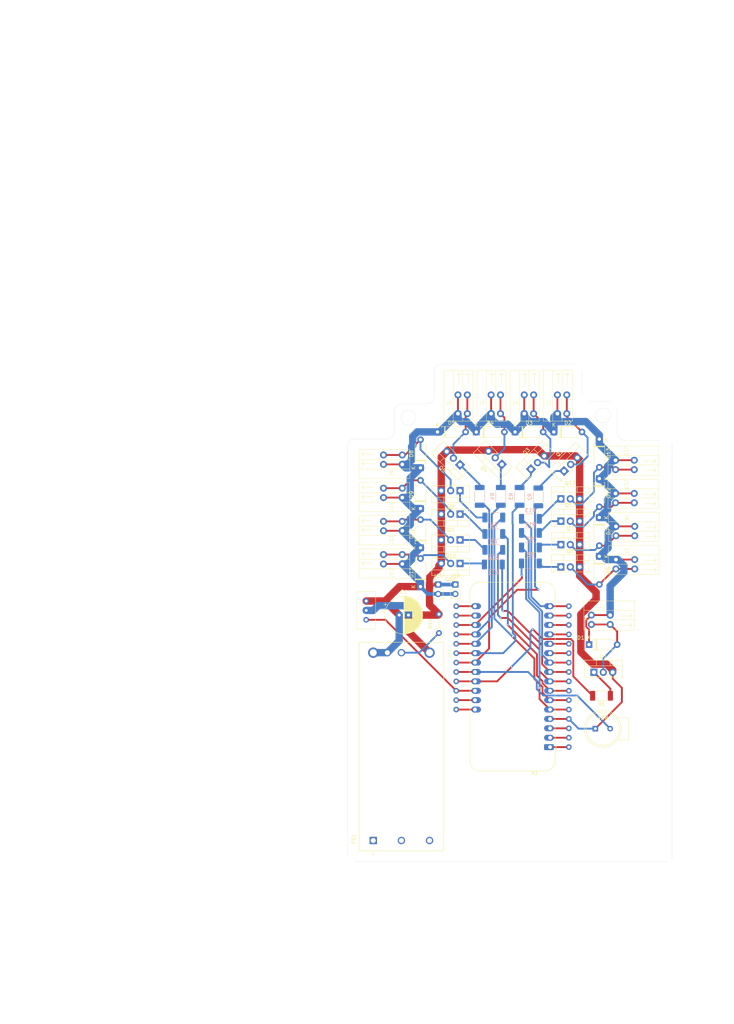
<source format=kicad_pcb>
(kicad_pcb (version 20240108) (generator "pcbnew") (generator_version "8.0")
  (layers (0 "F.Cu" signal) (31 "B.Cu" signal) (34 "B.Paste" user) (35 "F.Paste" user) (36 "B.SilkS" user "B.Silkscreen") (37 "F.SilkS" user "F.Silkscreen") (38 "B.Mask" user) (39 "F.Mask" user) (44 "Edge.Cuts" user))
  (net 0 "")
  (net 1 "Net-(A1-A4)")
  (net 2 "Net-(A1-USB)")
  (net 3 "Net-(A1-SPARE)")
  (net 4 "Net-(A1-D0)")
  (net 5 "Net-(A1-D1)")
  (net 6 "Net-(A1-A3)")
  (net 7 "Net-(A1-A5)")
  (net 8 "gnd")
  (net 9 "Net-(A1-D4)")
  (net 10 "Net-(A1-D2)")
  (net 11 "Net-(A1-D3)")
  (net 12 "Net-(A1-D6)")
  (net 13 "Net-(A1-D5)")
  (net 14 "Net-(A1-A1)")
  (net 15 "Net-(A1-A2)")
  (net 16 "Net-(A1-A0)")
  (net 17 "Net-(D1-A)")
  (net 18 "pos")
  (net 19 "Net-(D2-A)")
  (net 20 "Net-(D3-A)")
  (net 21 "Net-(D4-A)")
  (net 22 "Net-(D5-A)")
  (net 23 "Net-(D6-A)")
  (net 24 "Net-(D7-A)")
  (net 25 "Net-(D8-A)")
  (net 26 "Net-(D9-A)")
  (net 27 "Net-(D10-A)")
  (net 28 "Net-(D11-A)")
  (net 29 "Net-(D12-A)")
  (net 30 "Net-(D13-A)")
  (net 31 "Net-(Q1-G)")
  (net 32 "Net-(Q2-G)")
  (net 33 "Net-(Q3-G)")
  (net 34 "Net-(Q4-G)")
  (net 35 "Net-(Q5-G)")
  (net 36 "Net-(Q6-G)")
  (net 37 "Net-(Q7-G)")
  (net 38 "Net-(Q8-G)")
  (net 39 "Net-(Q9-G)")
  (net 40 "Net-(Q10-G)")
  (net 41 "Net-(Q11-G)")
  (net 42 "Net-(Q12-G)")
  (net 43 "Net-(Q13-G)")
  (net 44 "Net-(A1-~{RESET})")
  (net 45 "Net-(A1-3V3)")
  (net 46 "Net-(A1-AREF)")
  (net 47 "Net-(A1-SCL)")
  (net 48 "Net-(A1-TX)")
  (net 49 "Net-(A1-RX)")
  (net 50 "Net-(A1-VBAT)")
  (net 51 "Net-(A1-MISO)")
  (net 52 "Net-(A1-MOSI)")
  (net 53 "Net-(A1-SCK)")
  (net 54 "Net-(A1-SDA)")
  (net 55 "Net-(A1-EN)")
  (net 56 "Net-(BT1-+)")
  (net 57 "Net-(PS1-TRIM)")
  (net 58 "Net-(BT1--)")
  (footprint "Diode_THT:D_A-405_P7.62mm_Horizontal" (layer "F.Cu") (at 142.24 57.579 -90)
    (property "Reference" "D12")
    (property "Value" "D")
  )
  (footprint "AA_Oscars_Custom:2 pin qwik connector" (layer "F.Cu") (at 160.551 59.286 90)
    (property "Reference" "J13")
    (property "Value" "Conn_01x02")
  )
  (footprint "Diode_THT:D_A-405_P7.62mm_Horizontal" (layer "F.Cu") (at 93.83 76.277 90)
    (property "Reference" "D10")
    (property "Value" "D" (hide yes))
  )
  (footprint "Module:Adafruit_Feather" (layer "F.Cu") (at 128.905 130.175 180)
    (property "Reference" "A1")
    (property "Value" "Adafruit_Feather_Generic")
  )
  (footprint "Resistor_THT:R_Axial_DIN0207_L6.3mm_D2.5mm_P5.08mm_Vertical" (layer "F.Cu") (at 98.82 99.33 90)
    (property "Reference" "R14")
    (property "Value" "R")
  )
  (footprint "Capacitor_THT:CP_Radial_D10.0mm_P2.50mm" (layer "F.Cu") (at 88.065 94.475)
    (property "Reference" "C1")
    (property "Value" "470uf")
  )
  (footprint "Diode_THT:D_A-405_P7.62mm_Horizontal" (layer "F.Cu") (at 93.83 65.657 90)
    (property "Reference" "D9")
    (property "Value" "D" (hide yes))
  )
  (footprint "AA_Oscars_Custom:CONV_RPMGE12-10" (layer "F.Cu") (at 88.66 130.035 90)
    (property "Reference" "PS1")
    (property "Value" "RPMGE12-10")
  )
  (footprint "Diode_THT:D_A-405_P7.62mm_Horizontal" (layer "F.Cu") (at 108.927 44.956)
    (property "Reference" "D4")
    (property "Value" "D")
  )
  (footprint "Diode_THT:D_A-405_P7.62mm_Horizontal" (layer "F.Cu") (at 119.427 44.956)
    (property "Reference" "D3")
    (property "Value" "D")
  )
  (footprint "AA_Oscars_Custom:2 pin qwik connector" (layer "F.Cu") (at 128.608 26.075 180)
    (property "Reference" "J3")
    (property "Value" "Conn_01x02")
  )
  (footprint "Resistor_SMD:R_2010_5025Metric_Pad1.40x2.65mm_HandSolder" (layer "F.Cu") (at 142.83 116.29 180)
    (property "Reference" "R1")
    (property "Value" "220")
  )
  (footprint "AA_Oscars_Custom:2 pin qwik connector" (layer "F.Cu") (at 74.97 64.983 -90)
    (property "Reference" "J10")
    (property "Value" "Conn_01x02")
  )
  (footprint "AA_Oscars_Custom:2 pin qwik connector" (layer "F.Cu") (at 110.66 26.075 180)
    (property "Reference" "J5")
    (property "Value" "Conn_01x02")
  )
  (footprint "Package_TO_SOT_THT:TO-220-3_Vertical" (layer "F.Cu") (at 131.84 75.425)
    (property "Reference" "Q7")
    (property "Value" "NMOS")
  )
  (footprint "Package_TO_SOT_THT:TO-220-3_Vertical" (layer "F.Cu") (at 131.84 69.075)
    (property "Reference" "Q12")
    (property "Value" "NMOS")
  )
  (footprint "Diode_THT:D_A-405_P7.62mm_Horizontal" (layer "F.Cu") (at 98.427 44.956)
    (property "Reference" "D5")
    (property "Value" "D")
  )
  (footprint "AA_Oscars_Custom:2 pin qwik connector" (layer "F.Cu") (at 74.97 56.009 -90)
    (property "Reference" "J9")
    (property "Value" "Conn_01x02" (hide yes))
  )
  (footprint "AA_Oscars_Custom:simple 01x12" (layer "F.Cu") (at 100.965 104.775 -90)
    (property "Reference" "J17")
    (property "Value" "Microcontroller extension header")
  )
  (footprint "Diode_THT:D_A-405_P7.62mm_Horizontal" (layer "F.Cu") (at 129.927 44.956)
    (property "Reference" "D2")
    (property "Value" "D")
  )
  (footprint "Connector_PinHeader_2.54mm:PinHeader_1x02_P2.54mm_Vertical" (layer "F.Cu") (at 103.265 86.22)
    (property "Reference" "J18")
    (property "Value" "Conn_01x02")
  )
  (footprint "AA_Oscars_Custom:5v voltage regulator" (layer "F.Cu") (at 84.215 93.205 90)
    (property "Reference" "J1")
    (property "Value" "5V voltage regulator")
  )
  (footprint "Package_TO_SOT_THT:TO-220-3_Vertical" (layer "F.Cu") (at 132.692898 55.522102 45)
    (property "Reference" "Q2")
    (property "Value" "NMOS")
  )
  (footprint "Connector_PinHeader_2.54mm:PinHeader_1x02_P2.54mm_Vertical" (layer "F.Cu") (at 98.615 86.22)
    (property "Reference" "J14")
    (property "Value" "Conn_01x02")
  )
  (footprint "AA_Oscars_Custom:simple 01x06" (layer "F.Cu") (at 136.525 117.475 90)
    (property "Reference" "J16")
    (property "Value" "microcontroller extension header")
  )
  (footprint "Diode_THT:D_A-405_P7.62mm_Horizontal" (layer "F.Cu") (at 142.24 68.079 -90)
    (property "Reference" "D7")
    (property "Value" "D")
  )
  (footprint "AA_Oscars_Custom:2 pin qwik connector" (layer "F.Cu") (at 119.634 26.075 180)
    (property "Reference" "J4")
    (property "Value" "Conn_01x02")
  )
  (footprint "Diode_THT:D_A-405_P7.62mm_Horizontal" (layer "F.Cu") (at 93.83 86.777 90)
    (property "Reference" "D11")
    (property "Value" "D" (hide yes))
  )
  (footprint "Package_TO_SOT_THT:TO-220-3_Vertical" (layer "F.Cu") (at 104.535 80.505 180)
    (property "Reference" "Q11")
    (property "Value" "NMOS")
  )
  (footprint "AA_Oscars_Custom:2 pin qwik connector" (layer "F.Cu") (at 160.67 68.199 90)
    (property "Reference" "J8")
    (property "Value" "Conn_01x02")
  )
  (footprint "AA_Oscars_Custom:2 pin qwik connector" (layer "F.Cu") (at 154.025 92.189 90)
    (property "Reference" "J2")
    (property "Value" "Conn_01x02")
  )
  (footprint "Diode_THT:D_A-405_P7.62mm_Horizontal" (layer "F.Cu") (at 139.445 102.46)
    (property "Reference" "D1")
    (property "Value" "D")
  )
  (footprint "Package_TO_SOT_THT:TO-220-3_Vertical" (layer "F.Cu") (at 123.727165 55.029267 45)
    (property "Reference" "Q3")
    (property "Value" "NMOS")
  )
  (footprint "AA_Oscars_Custom:buzzer" (layer "F.Cu") (at 142.175 125.18 180)
    (property "Reference" "BZ1")
    (property "Value" "Buzzer" (hide yes))
  )
  (footprint "Package_TO_SOT_THT:TO-220-3_Vertical" (layer "F.Cu") (at 104.534999 60.82 180)
    (property "Reference" "Q8")
    (property "Value" "NMOS")
  )
  (footprint "AA_Oscars_Custom:2 pin qwik connector" (layer "F.Cu") (at 101.686 26.075 180)
    (property "Reference" "J6")
    (property "Value" "Conn_01x02")
  )
  (footprint "Package_TO_SOT_THT:TO-220-3_Vertical" (layer "F.Cu") (at 104.534999 67.17 180)
    (property "Reference" "Q9")
    (property "Value" "NMOS")
  )
  (footprint "Package_TO_SOT_THT:TO-220-3_Vertical" (layer "F.Cu") (at 131.84 81.45)
    (property "Reference" "Q6")
    (property "Value" "NMOS")
  )
  (footprint "AA_Oscars_Custom:2 pin qwik connector" (layer "F.Cu") (at 160.551 50.312 90)
    (property "Reference" "J15")
    (property "Value" "Conn_01x02")
  )
  (footprint "Diode_THT:D_A-405_P7.62mm_Horizontal" (layer "F.Cu") (at 142.24 78.579 -90)
    (property "Reference" "D6")
    (property "Value" "D" (hide yes))
  )
  (footprint "Package_TO_SOT_THT:TO-220-3_Vertical" (layer "F.Cu") (at 104.535 53.835 135)
    (property "Reference" "Q5")
    (property "Value" "NMOS")
  )
  (footprint "Package_TO_SOT_THT:TO-220-3_Vertical" (layer "F.Cu") (at 140.785 109.94)
    (property "Reference" "Q1")
    (property "Value" "NMOS")
  )
  (footprint "Diode_THT:D_A-405_P7.62mm_Horizontal" (layer "F.Cu") (at 142.24 46.889 -90)
    (property "Reference" "D13")
    (property "Value" "D")
  )
  (footprint "Package_TO_SOT_THT:TO-220-3_Vertical" (layer "F.Cu") (at 131.84 63.035)
    (property "Reference" "Q13")
    (property "Value" "NMOS")
  )
  (footprint "Package_TO_SOT_THT:TO-220-3_Vertical" (layer "F.Cu") (at 104.535 74.155 180)
    (property "Reference" "Q10")
    (property "Value" "NMOS")
  )
  (footprint "AA_Oscars_Custom:2 pin qwik connector" (layer "F.Cu") (at 160.67 77.173 90)
    (property "Reference" "J7")
    (property "Value" "Conn_01x02")
  )
  (footprint "Package_TO_SOT_THT:TO-220-3_Vertical" (layer "F.Cu") (at 115.856051 53.726051 135)
    (property "Reference" "Q4")
    (property "Value" "NMOS")
  )
  (footprint "AA_Oscars_Custom:2 pin qwik connector" (layer "F.Cu") (at 74.97 82.931 -90)
    (property "Reference" "J12")
    (property "Value" "Conn_01x02")
  )
  (footprint "Diode_THT:D_A-405_P7.62mm_Horizontal" (layer "F.Cu") (at 93.83 54.657 90)
    (property "Reference" "D8")
    (property "Value" "D" (hide yes))
  )
  (footprint "AA_Oscars_Custom:2 pin qwik connector" (layer "F.Cu") (at 74.97 73.957 -90)
    (property "Reference" "J11")
    (property "Value" "Conn_01x02")
  )
  (footprint "Resistor_SMD:R_2010_5025Metric_Pad1.40x2.65mm_HandSolder" (layer "B.Cu") (at 115.57 62.37 -90)
    (property "Reference" "R4")
    (property "Value" "220")
  )
  (footprint "Resistor_SMD:R_2010_5025Metric_Pad1.40x2.65mm_HandSolder" (layer "B.Cu") (at 123.585 72.25 180)
    (property "Reference" "R12")
    (property "Value" "220")
  )
  (footprint "Resistor_SMD:R_2010_5025Metric_Pad1.40x2.65mm_HandSolder" (layer "B.Cu") (at 123.585 76.2 180)
    (property "Reference" "R7")
    (property "Value" "220")
  )
  (footprint "Resistor_SMD:R_2010_5025Metric_Pad1.40x2.65mm_HandSolder" (layer "B.Cu") (at 109.855 62.37 -90)
    (property "Reference" "R5" (hide yes))
    (property "Value" "220")
  )
  (footprint "Resistor_SMD:R_2010_5025Metric_Pad1.40x2.65mm_HandSolder" (layer "B.Cu") (at 123.585 80.505 180)
    (property "Reference" "R6")
    (property "Value" "220")
  )
  (footprint "Resistor_SMD:R_2010_5025Metric_Pad1.40x2.65mm_HandSolder" (layer "B.Cu") (at 113.545 80.785)
    (property "Reference" "R11")
    (property "Value" "220")
  )
  (footprint "Resistor_SMD:R_2010_5025Metric_Pad1.40x2.65mm_HandSolder" (layer "B.Cu") (at 125.73 62.51 -90)
    (property "Reference" "R2")
    (property "Value" "220" (hide yes))
  )
  (footprint "Resistor_SMD:R_2010_5025Metric_Pad1.40x2.65mm_HandSolder" (layer "B.Cu") (at 123.585 68.44 180)
    (property "Reference" "R13")
    (property "Value" "220")
  )
  (footprint "Resistor_SMD:R_2010_5025Metric_Pad1.40x2.65mm_HandSolder" (layer "B.Cu") (at 113.685 76.835)
    (property "Reference" "R10")
    (property "Value" "220")
  )
  (footprint "Resistor_SMD:R_2010_5025Metric_Pad1.40x2.65mm_HandSolder" (layer "B.Cu") (at 113.685 68.085)
    (property "Reference" "R8")
    (property "Value" "220")
  )
  (footprint "Resistor_SMD:R_2010_5025Metric_Pad1.40x2.65mm_HandSolder" (layer "B.Cu") (at 120.65 62.37 -90)
    (property "Reference" "R3")
    (property "Value" "220")
  )
  (footprint "Resistor_SMD:R_2010_5025Metric_Pad1.40x2.65mm_HandSolder" (layer "B.Cu") (at 113.685 72.53)
    (property "Reference" "R9")
    (property "Value" "220")
  )
  (gr_line (start 137.555 28.435) (end 137.555 34.785) (stroke (width 0.05)) (layer "Edge.Cuts"))
  (gr_arc (start 86.755 44.945) (mid 86.197038 46.292038) (end 84.85 46.85) (stroke (width 0.05)) (layer "Edge.Cuts"))
  (gr_arc (start 97.55 35.42) (mid 96.992038 36.767038) (end 95.645 37.325) (stroke (width 0.05)) (layer "Edge.Cuts"))
  (gr_circle (center 143.27 40.5) (end 141.365 39.865) (stroke (width 0.05)) (fill none) (layer "Edge.Cuts"))
  (gr_line (start 97.55 35.42) (end 97.55 28.435) (stroke (width 0.05)) (layer "Edge.Cuts"))
  (gr_line (start 86.755 44.945) (end 86.755 39.23) (stroke (width 0.05)) (layer "Edge.Cuts"))
  (gr_arc (start 74.055 48.755) (mid 74.612962 47.407962) (end 75.96 46.85) (stroke (width 0.05)) (layer "Edge.Cuts"))
  (gr_line (start 84.85 46.85) (end 75.96 46.85) (stroke (width 0.05)) (layer "Edge.Cuts"))
  (gr_line (start 148.935373 47.214962) (end 158.460373 47.214962) (stroke (width 0.05)) (layer "Edge.Cuts"))
  (gr_circle (center 90.565 41.135) (end 88.66 40.5) (stroke (width 0.05)) (fill none) (layer "Edge.Cuts"))
  (gr_line (start 74.055 48.755) (end 74.055 159.385) (stroke (width 0.05)) (layer "Edge.Cuts"))
  (gr_line (start 161.925 47.8725) (end 161.925 160.4075) (stroke (width 0.05)) (layer "Edge.Cuts"))
  (gr_line (start 88.66 37.325) (end 95.645 37.325) (stroke (width 0.05)) (layer "Edge.Cuts"))
  (gr_arc (start 97.55 28.435) (mid 98.107962 27.087962) (end 99.455 26.53) (stroke (width 0.05)) (layer "Edge.Cuts"))
  (gr_line (start 135.65 26.53) (end 99.455 26.53) (stroke (width 0.05)) (layer "Edge.Cuts"))
  (gr_arc (start 86.755 39.23) (mid 87.312962 37.882962) (end 88.66 37.325) (stroke (width 0.05)) (layer "Edge.Cuts"))
  (gr_line (start 75.96 161.15) (end 160.655 161.15) (stroke (width 0.05)) (layer "Edge.Cuts"))
  (gr_line (start 147.08 38.595) (end 147.08 44.945) (stroke (width 0.05)) (layer "Edge.Cuts"))
  (gr_arc (start 148.935373 47.214962) (mid 147.560658 46.445363) (end 147.080001 44.945) (stroke (width 0.05)) (layer "Edge.Cuts"))
  (gr_line (start 139.46 36.69) (end 145.175 36.69) (stroke (width 0.05)) (layer "Edge.Cuts"))
  (segment (start 133.985 109.855) (end 128.905 109.855) (width 0.5) (layer "F.Cu") (net 1))
  (segment (start 126.76 107.737767) (end 128.877233 109.855) (width 0.5) (layer "F.Cu") (net 1))
  (segment (start 128.877233 109.855) (end 128.905 109.855) (width 0.5) (layer "F.Cu") (net 1))
  (segment (start 117.475 93.345) (end 126.76 102.63) (width 0.5) (layer "F.Cu") (net 1))
  (segment (start 126.76 102.63) (end 126.76 107.737767) (width 0.5) (layer "F.Cu") (net 1))
  (segment (start 116.205 93.345) (end 117.475 93.345) (width 0.5) (layer "F.Cu") (net 1))
  (via (at 116.205 93.345) (size 0.6) (drill 0.3) (layers "F.Cu" "B.Cu") (net 1))
  (segment (start 115.945 80.785) (end 115.945 93.085) (width 0.5) (layer "B.Cu") (net 1))
  (segment (start 115.945 93.085) (end 116.205 93.345) (width 0.5) (layer "B.Cu") (net 1))
  (segment (start 108.585 114.935) (end 103.505 114.935) (width 0.5) (layer "F.Cu") (net 2))
  (segment (start 79.135 95.745) (end 84.315 95.745) (width 0.5) (layer "F.Cu") (net 2))
  (segment (start 84.315 95.745) (end 103.505 114.935) (width 0.5) (layer "F.Cu") (net 2))
  (segment (start 133.985 92.075) (end 128.905 92.075) (width 0.5) (layer "F.Cu") (net 3))
  (segment (start 126.365 92.075) (end 128.905 92.075) (width 0.5) (layer "B.Cu") (net 3))
  (segment (start 123.825 89.535) (end 126.365 92.075) (width 0.5) (layer "B.Cu") (net 3))
  (segment (start 121.185 68.44) (end 123.825 71.08) (width 0.5) (layer "B.Cu") (net 3))
  (segment (start 123.825 71.08) (end 123.825 89.535) (width 0.5) (layer "B.Cu") (net 3))
  (segment (start 108.585 97.155) (end 103.505 97.155) (width 0.5) (layer "F.Cu") (net 4))
  (segment (start 120.931384 84.836384) (end 108.612767 97.155) (width 0.5) (layer "F.Cu") (net 4))
  (segment (start 121.285 83.82) (end 121.285 84.482767) (width 0.5) (layer "F.Cu") (net 4))
  (segment (start 121.285 84.482767) (end 120.931384 84.836384) (width 0.5) (layer "F.Cu") (net 4))
  (segment (start 108.612767 97.155) (end 108.585 97.155) (width 0.5) (layer "F.Cu") (net 4))
  (via (at 121.285 83.82) (size 0.6) (drill 0.3) (layers "F.Cu" "B.Cu") (net 4))
  (segment (start 121.185 80.505) (end 121.185 83.72) (width 0.5) (layer "B.Cu") (net 4))
  (segment (start 121.185 83.72) (end 121.285 83.82) (width 0.5) (layer "B.Cu") (net 4))
  (segment (start 108.585 99.695) (end 103.505 99.695) (width 0.5) (layer "F.Cu") (net 5))
  (segment (start 108.612767 99.695) (end 108.585 99.695) (width 0.5) (layer "B.Cu") (net 5))
  (segment (start 109.855 64.77) (end 111.179999 64.77) (width 0.5) (layer "B.Cu") (net 5))
  (segment (start 112.435 95.872767) (end 108.612767 99.695) (width 0.5) (layer "B.Cu") (net 5))
  (segment (start 112.435 66.025001) (end 112.435 95.872767) (width 0.5) (layer "B.Cu") (net 5))
  (segment (start 111.179999 64.77) (end 112.435 66.025001) (width 0.5) (layer "B.Cu") (net 5))
  (segment (start 115.57 95.25) (end 117.475 95.25) (width 0.5) (layer "F.Cu") (net 6))
  (segment (start 133.985 112.395) (end 128.905 112.395) (width 0.5) (layer "F.Cu") (net 6))
  (segment (start 126.06 109.65) (end 128.805 112.395) (width 0.5) (layer "F.Cu") (net 6))
  (segment (start 128.805 112.395) (end 128.905 112.395) (width 0.5) (layer "F.Cu") (net 6))
  (segment (start 126.06 103.835) (end 126.06 109.65) (width 0.5) (layer "F.Cu") (net 6))
  (segment (start 117.475 95.25) (end 126.06 103.835) (width 0.5) (layer "F.Cu") (net 6))
  (via (at 115.57 95.25) (size 0.6) (drill 0.3) (layers "F.Cu" "B.Cu") (net 6))
  (segment (start 114.795 94.475) (end 115.57 95.25) (width 0.5) (layer "B.Cu") (net 6))
  (segment (start 116.085 76.835) (end 114.795 78.125) (width 0.5) (layer "B.Cu") (net 6))
  (segment (start 114.795 78.125) (end 114.795 94.475) (width 0.5) (layer "B.Cu") (net 6))
  (segment (start 133.985 107.315) (end 128.905 107.315) (width 0.5) (layer "F.Cu") (net 7))
  (segment (start 123.125 89.82495) (end 126.76 93.45995) (width 0.5) (layer "B.Cu") (net 7))
  (segment (start 121.185 72.25) (end 123.125 74.19) (width 0.5) (layer "B.Cu") (net 7))
  (segment (start 123.125 74.19) (end 123.125 89.82495) (width 0.5) (layer "B.Cu") (net 7))
  (segment (start 126.76 105.197767) (end 128.877233 107.315) (width 0.5) (layer "B.Cu") (net 7))
  (segment (start 126.76 93.45995) (end 126.76 105.197767) (width 0.5) (layer "B.Cu") (net 7))
  (segment (start 128.877233 107.315) (end 128.905 107.315) (width 0.5) (layer "B.Cu") (net 7))
  (segment (start 99.455 74.155) (end 99.455 67.170001) (width 2) (layer "F.Cu") (net 8))
  (segment (start 135.792165 51.437165) (end 136.285 51.93) (width 2) (layer "F.Cu") (net 8))
  (segment (start 90.565 94.475) (end 90.565 98.92) (width 2) (layer "F.Cu") (net 8))
  (segment (start 100.942898 50.242898) (end 101.332935 49.852861) (width 2) (layer "F.Cu") (net 8))
  (segment (start 98.595 94.475) (end 98.82 94.25) (width 2) (layer "F.Cu") (net 8))
  (segment (start 96.28 86.22) (end 98.615 86.22) (width 1) (layer "F.Cu") (net 8))
  (segment (start 136.92 52.565) (end 136.92 63.035) (width 2) (layer "F.Cu") (net 8))
  (segment (start 99.455 60.82) (end 99.455 51.730796) (width 2) (layer "F.Cu") (net 8))
  (segment (start 127.319267 51.437165) (end 135.792165 51.437165) (width 2) (layer "F.Cu") (net 8))
  (segment (start 99.454999 67.17) (end 99.454999 60.820001) (width 2) (layer "F.Cu") (net 8))
  (segment (start 148.35 118.005) (end 148.35 114.16) (width 0.5) (layer "F.Cu") (net 8))
  (segment (start 101.332935 49.852861) (end 111.982861 49.852861) (width 2) (layer "F.Cu") (net 8))
  (segment (start 136.92 63.035) (end 136.92 69.075) (width 2) (layer "F.Cu") (net 8))
  (segment (start 144.216595 107.74) (end 145.865 109.388405) (width 2) (layer "F.Cu") (net 8))
  (segment (start 136.92 70.98) (end 136.92 75.425) (width 2) (layer "F.Cu") (net 8))
  (segment (start 136.92 81.45) (end 136.92 83.848849) (width 2) (layer "F.Cu") (net 8))
  (segment (start 90.565 98.92) (end 96.28 104.635) (width 2) (layer "F.Cu") (net 8))
  (segment (start 111.982861 49.852861) (end 112.263949 50.133949) (width 2) (layer "F.Cu") (net 8))
  (segment (start 141.175 125.18) (end 148.35 118.005) (width 0.5) (layer "F.Cu") (net 8))
  (segment (start 112.653986 49.743912) (end 125.626014 49.743912) (width 2) (layer "F.Cu") (net 8))
  (segment (start 99.455 67.170001) (end 99.454999 67.17) (width 2) (layer "F.Cu") (net 8))
  (segment (start 136.92 69.075) (end 136.92 70.98) (width 2) (layer "F.Cu") (net 8))
  (segment (start 99.454999 60.820001) (end 99.455 60.82) (width 2) (layer "F.Cu") (net 8))
  (segment (start 136.92 81.45) (end 136.92 75.425) (width 2) (layer "F.Cu") (net 8))
  (segment (start 98.82 81.775) (end 98.82 81.14) (width 2) (layer "F.Cu") (net 8))
  (segment (start 141.365 90.16444) (end 137.245 94.28444) (width 2) (layer "F.Cu") (net 8))
  (segment (start 90.565 94.475) (end 98.595 94.475) (width 2) (layer "F.Cu") (net 8))
  (segment (start 133.985 122.555) (end 128.905 122.555) (width 0.5) (layer "F.Cu") (net 8))
  (segment (start 98.82 81.14) (end 99.455 80.505) (width 2) (layer "F.Cu") (net 8))
  (segment (start 112.263949 50.133949) (end 112.653986 49.743912) (width 2) (layer "F.Cu") (net 8))
  (segment (start 96.28 84.315) (end 98.82 81.775) (width 2) (layer "F.Cu") (net 8))
  (segment (start 96.28 91.71) (end 98.82 94.25) (width 2) (layer "F.Cu") (net 8))
  (segment (start 136.285 51.93) (end 136.92 52.565) (width 2) (layer "F.Cu") (net 8))
  (segment (start 99.455 80.505) (end 99.455 74.155) (width 2) (layer "F.Cu") (net 8))
  (segment (start 96.28 86.22) (end 96.28 91.71) (width 2) (layer "F.Cu") (net 8))
  (segment (start 145.865 111.675) (end 145.865 109.94) (width 0.5) (layer "F.Cu") (net 8))
  (segment (start 141.365 88.293849) (end 141.365 90.16444) (width 2) (layer "F.Cu") (net 8))
  (segment (start 99.455 51.730796) (end 100.942898 50.242898) (width 2) (layer "F.Cu") (net 8))
  (segment (start 136.92 83.848849) (end 141.365 88.293849) (width 2) (layer "F.Cu") (net 8))
  (segment (start 145.865 109.388405) (end 145.865 109.94) (width 2) (layer "F.Cu") (net 8))
  (segment (start 140.525 107.74) (end 144.216595 107.74) (width 2) (layer "F.Cu") (net 8))
  (segment (start 137.245 104.46) (end 140.525 107.74) (width 2) (layer "F.Cu") (net 8))
  (segment (start 148.35 114.16) (end 145.865 111.675) (width 0.5) (layer "F.Cu") (net 8))
  (segment (start 125.626014 49.743912) (end 127.319267 51.437165) (width 2) (layer "F.Cu") (net 8))
  (segment (start 96.28 84.315) (end 96.28 86.22) (width 2) (layer "F.Cu") (net 8))
  (segment (start 137.245 94.28444) (end 137.245 104.46) (width 2) (layer "F.Cu") (net 8))
  (segment (start 98.615 86.22) (end 103.265 86.22) (width 1) (layer "B.Cu") (net 8))
  (segment (start 81.04 93.205) (end 79.135 93.205) (width 2) (layer "B.Cu") (net 8))
  (segment (start 141.175 125.18) (end 136.61 125.18) (width 0.5) (layer "B.Cu") (net 8))
  (segment (start 90.565 92.975) (end 89.525 91.935) (width 2) (layer "B.Cu") (net 8))
  (segment (start 82.31 91.935) (end 81.04 93.205) (width 2) (layer "B.Cu") (net 8))
  (segment (start 136.61 125.18) (end 133.985 122.555) (width 0.5) (layer "B.Cu") (net 8))
  (segment (start 89.525 91.935) (end 82.31 91.935) (width 2) (layer "B.Cu") (net 8))
  (segment (start 90.565 94.475) (end 90.565 92.975) (width 2) (layer "B.Cu") (net 8))
  (segment (start 108.585 107.315) (end 103.505 107.315) (width 0.5) (layer "F.Cu") (net 9))
  (segment (start 112.395 95.25) (end 112.395 103.532767) (width 0.5) (layer "F.Cu") (net 9))
  (segment (start 125.73 87.63) (end 120.015 87.63) (width 0.5) (layer "F.Cu") (net 9))
  (segment (start 112.395 103.532767) (end 108.612767 107.315) (width 0.5) (layer "F.Cu") (net 9))
  (segment (start 120.015 87.63) (end 112.395 95.25) (width 0.5) (layer "F.Cu") (net 9))
  (segment (start 108.612767 107.315) (end 108.585 107.315) (width 0.5) (layer "F.Cu") (net 9))
  (via (at 125.73 87.63) (size 0.6) (drill 0.3) (layers "F.Cu" "B.Cu") (net 9))
  (segment (start 124.835 86.735) (end 125.73 87.63) (width 0.5) (layer "B.Cu") (net 9))
  (segment (start 125.73 64.91) (end 124.835 65.805) (width 0.5) (layer "B.Cu") (net 9))
  (segment (start 124.835 65.805) (end 124.835 86.735) (width 0.5) (layer "B.Cu") (net 9))
  (segment (start 108.585 102.235) (end 103.505 102.235) (width 0.5) (layer "F.Cu") (net 10))
  (segment (start 113.135 97.712767) (end 108.612767 102.235) (width 0.5) (layer "B.Cu") (net 10))
  (segment (start 115.57 64.77) (end 113.135 67.205) (width 0.5) (layer "B.Cu") (net 10))
  (segment (start 113.135 67.205) (end 113.135 97.712767) (width 0.5) (layer "B.Cu") (net 10))
  (segment (start 108.612767 102.235) (end 108.585 102.235) (width 0.5) (layer "B.Cu") (net 10))
  (segment (start 108.585 104.775) (end 103.505 104.775) (width 0.5) (layer "F.Cu") (net 11))
  (segment (start 120.65 64.77) (end 118.745 66.675) (width 0.5) (layer "B.Cu") (net 11))
  (segment (start 119.495 101.485) (end 116.205 104.775) (width 0.5) (layer "B.Cu") (net 11))
  (segment (start 119.495 100.019339) (end 119.495 101.485) (width 0.5) (layer "B.Cu") (net 11))
  (segment (start 118.745 66.675) (end 118.745 69.75505) (width 0.5) (layer "B.Cu") (net 11))
  (segment (start 118.81 99.334339) (end 119.495 100.019339) (width 0.5) (layer "B.Cu") (net 11))
  (segment (start 116.205 104.775) (end 108.585 104.775) (width 0.5) (layer "B.Cu") (net 11))
  (segment (start 118.745 69.75505) (end 118.81 69.82005) (width 0.5) (layer "B.Cu") (net 11))
  (segment (start 118.81 69.82005) (end 118.81 99.334339) (width 0.5) (layer "B.Cu") (net 11))
  (segment (start 118.505 108.445) (end 114.555 112.395) (width 0.5) (layer "F.Cu") (net 12))
  (segment (start 135.197 111.057) (end 135.197 101.642) (width 0.5) (layer "F.Cu") (net 12))
  (segment (start 140.43 116.29) (end 135.197 111.057) (width 0.5) (layer "F.Cu") (net 12))
  (segment (start 114.555 112.395) (end 108.585 112.395) (width 0.5) (layer "F.Cu") (net 12))
  (segment (start 135.197 101.642) (end 134.5 100.945) (width 0.5) (layer "F.Cu") (net 12))
  (segment (start 108.585 112.395) (end 103.505 112.395) (width 0.5) (layer "F.Cu") (net 12))
  (segment (start 134.5 100.945) (end 126.88 100.945) (width 0.5) (layer "F.Cu") (net 12))
  (segment (start 126.88 100.945) (end 124.22 98.285) (width 0.5) (layer "F.Cu") (net 12))
  (via (at 118.505 108.445) (size 0.6) (drill 0.3) (layers "F.Cu" "B.Cu") (net 12))
  (via (at 124.22 98.285) (size 0.6) (drill 0.3) (layers "F.Cu" "B.Cu") (net 12))
  (segment (start 123.585 98.92) (end 123.585 103.365) (width 0.5) (layer "B.Cu") (net 12))
  (segment (start 123.585 103.365) (end 118.505 108.445) (width 0.5) (layer "B.Cu") (net 12))
  (segment (start 124.22 98.285) (end 123.585 98.92) (width 0.5) (layer "B.Cu") (net 12))
  (segment (start 108.585 109.855) (end 103.505 109.855) (width 0.5) (layer "F.Cu") (net 13))
  (segment (start 125.36 112.255) (end 122.96 109.855) (width 0.5) (layer "B.Cu") (net 13))
  (segment (start 136.22 116.225) (end 127.055961 116.225) (width 0.5) (layer "B.Cu") (net 13))
  (segment (start 127.055961 116.225) (end 125.305811 114.47485) (width 0.5) (layer "B.Cu") (net 13))
  (segment (start 145.175 125.18) (end 136.22 116.225) (width 0.5) (layer "B.Cu") (net 13))
  (segment (start 125.305811 114.47485) (end 125.305811 112.309189) (width 0.5) (layer "B.Cu") (net 13))
  (segment (start 122.96 109.855) (end 108.585 109.855) (width 0.5) (layer "B.Cu") (net 13))
  (segment (start 125.305811 112.309189) (end 125.36 112.255) (width 0.5) (layer "B.Cu") (net 13))
  (segment (start 133.985 117.475) (end 128.905 117.475) (width 0.5) (layer "F.Cu") (net 14))
  (segment (start 118.745 100.33) (end 124.66 106.245) (width 0.5) (layer "F.Cu") (net 14))
  (segment (start 128.877233 117.475) (end 128.905 117.475) (width 0.5) (layer "F.Cu") (net 14))
  (segment (start 126.855 113.902717) (end 126.855 115.452767) (width 0.5) (layer "F.Cu") (net 14))
  (segment (start 124.66 111.707717) (end 126.855 113.902717) (width 0.5) (layer "F.Cu") (net 14))
  (segment (start 126.855 115.452767) (end 128.877233 117.475) (width 0.5) (layer "F.Cu") (net 14))
  (segment (start 124.66 106.245) (end 124.66 111.707717) (width 0.5) (layer "F.Cu") (net 14))
  (via (at 118.745 100.33) (size 0.6) (drill 0.3) (layers "F.Cu" "B.Cu") (net 14))
  (segment (start 113.835 70.335) (end 113.835 95.42) (width 0.5) (layer "B.Cu") (net 14))
  (segment (start 116.085 68.085) (end 113.835 70.335) (width 0.5) (layer "B.Cu") (net 14))
  (segment (start 113.835 95.42) (end 118.745 100.33) (width 0.5) (layer "B.Cu") (net 14))
  (segment (start 125.36 110.855) (end 126.855 112.35) (width 0.5) (layer "F.Cu") (net 15))
  (segment (start 128.877233 114.935) (end 128.905 114.935) (width 0.5) (layer "F.Cu") (net 15))
  (segment (start 125.36 105.04) (end 125.36 110.855) (width 0.5) (layer "F.Cu") (net 15))
  (segment (start 117.475 97.155) (end 125.36 105.04) (width 0.5) (layer "F.Cu") (net 15))
  (segment (start 126.855 112.912767) (end 128.877233 114.935) (width 0.5) (layer "F.Cu") (net 15))
  (segment (start 126.855 112.35) (end 126.855 112.912767) (width 0.5) (layer "F.Cu") (net 15))
  (segment (start 133.985 114.935) (end 128.905 114.935) (width 0.5) (layer "F.Cu") (net 15))
  (via (at 117.475 97.155) (size 0.6) (drill 0.3) (layers "F.Cu" "B.Cu") (net 15))
  (segment (start 116.085 72.53) (end 117.475 73.92) (width 0.5) (layer "B.Cu") (net 15))
  (segment (start 117.475 73.92) (end 117.475 97.155) (width 0.5) (layer "B.Cu") (net 15))
  (segment (start 133.985 120.015) (end 128.905 120.015) (width 0.5) (layer "F.Cu") (net 16))
  (segment (start 126.055811 117.193578) (end 128.877233 120.015) (width 0.5) (layer "F.Cu") (net 16))
  (segment (start 128.877233 120.015) (end 128.905 120.015) (width 0.5) (layer "F.Cu") (net 16))
  (segment (start 126.055811 114.164189) (end 126.055811 117.193578) (width 0.5) (layer "F.Cu") (net 16))
  (via (at 126.055811 114.164189) (size 0.6) (drill 0.3) (layers "F.Cu" "B.Cu") (net 16))
  (segment (start 122.425 77.44) (end 121.185 76.2) (width 0.5) (layer "B.Cu") (net 16))
  (segment (start 128.877233 120.015) (end 128.905 120.015) (width 0.5) (layer "B.Cu") (net 16))
  (segment (start 126.055811 114.164189) (end 126.06 114.16) (width 0.5) (layer "B.Cu") (net 16))
  (segment (start 126.06 114.16) (end 126.06 93.7499) (width 0.5) (layer "B.Cu") (net 16))
  (segment (start 126.06 93.7499) (end 122.425 90.1149) (width 0.5) (layer "B.Cu") (net 16))
  (segment (start 122.425 90.1149) (end 122.425 77.44) (width 0.5) (layer "B.Cu") (net 16))
  (segment (start 147.065 98.905) (end 145.175 97.015) (width 0.5) (layer "F.Cu") (net 17))
  (segment (start 140.095 97.015) (end 145.175 97.015) (width 0.5) (layer "F.Cu") (net 17))
  (segment (start 147.065 102.46) (end 147.065 98.905) (width 0.5) (layer "F.Cu") (net 17))
  (segment (start 143.325 109.94) (end 143.325 106.2) (width 0.5) (layer "B.Cu") (net 17))
  (segment (start 143.325 106.2) (end 147.065 102.46) (width 0.5) (layer "B.Cu") (net 17))
  (segment (start 146.74 79.459) (end 151.82 79.459) (width 0.5) (layer "F.Cu") (net 18))
  (segment (start 88.065 94.475) (end 84.255 90.665) (width 2) (layer "F.Cu") (net 18))
  (segment (start 139.445 102.46) (end 139.46 102.445) (width 0.5) (layer "F.Cu") (net 18))
  (segment (start 84.255 90.665) (end 88.143 86.777) (width 2) (layer "F.Cu") (net 18))
  (segment (start 83.82 53.723) (end 88.9 53.723) (width 0.5) (layer "F.Cu") (net 18))
  (segment (start 83.82 80.645) (end 88.9 80.645) (width 0.5) (layer "F.Cu") (net 18))
  (segment (start 140.095 94.475) (end 145.175 94.475) (width 0.5) (layer "F.Cu") (net 18))
  (segment (start 83.82 62.697) (end 88.9 62.697) (width 0.5) (layer "F.Cu") (net 18))
  (segment (start 146.74 70.485) (end 151.82 70.485) (width 0.5) (layer "F.Cu") (net 18))
  (segment (start 83.82 71.671) (end 88.9 71.671) (width 0.5) (layer "F.Cu") (net 18))
  (segment (start 88.9 71.671) (end 88.9 71.858746) (width 0.5) (layer "F.Cu") (net 18))
  (segment (start 112.946 34.925) (end 112.946 40.005) (width 0.5) (layer "F.Cu") (net 18))
  (segment (start 121.92 34.925) (end 121.92 40.005) (width 0.5) (layer "F.Cu") (net 18))
  (segment (start 84.255 90.665) (end 79.135 90.665) (width 2) (layer "F.Cu") (net 18))
  (segment (start 88.902562 72.152527) (end 88.944482 72.73859) (width 0.5) (layer "F.Cu") (net 18))
  (segment (start 130.894 34.925) (end 130.894 40.005) (width 0.5) (layer "F.Cu") (net 18))
  (segment (start 139.46 98.359899) (end 138.695 97.594899) (width 0.5) (layer "F.Cu") (net 18))
  (segment (start 88.143 86.777) (end 93.83 86.777) (width 2) (layer "F.Cu") (net 18))
  (segment (start 139.46 102.445) (end 139.46 98.359899) (width 0.5) (layer "F.Cu") (net 18))
  (segment (start 146.621 52.598) (end 151.701 52.598) (width 0.5) (layer "F.Cu") (net 18))
  (segment (start 138.695 97.594899) (end 138.695 95.875) (width 0.5) (layer "F.Cu") (net 18))
  (segment (start 146.621 61.572) (end 151.701 61.572) (width 0.5) (layer "F.Cu") (net 18))
  (segment (start 88.9 71.858746) (end 88.902562 72.152527) (width 0.5) (layer "F.Cu") (net 18))
  (segment (start 138.695 95.875) (end 140.095 94.475) (width 0.5) (layer "F.Cu") (net 18))
  (segment (start 103.972 34.925) (end 103.972 40.005) (width 0.5) (layer "F.Cu") (net 18))
  (segment (start 146.23944 70.485) (end 146.74 70.485) (width 2) (layer "B.Cu") (net 18))
  (segment (start 146.12044 52.598) (end 146.621 52.598) (width 2) (layer "B.Cu") (net 18))
  (segment (start 93.83 54.657) (end 89.834 54.657) (width 2) (layer "B.Cu") (net 18))
  (segment (start 142.24 45.82) (end 138.575 42.155) (width 2) (layer "B.Cu") (net 18))
  (segment (start 112.946 40.005) (end 112.946 41.348502) (width 2) (layer "B.Cu") (net 18))
  (segment (start 95.813 88.76) (end 98.615 88.76) (width 1) (layer "B.Cu") (net 18))
  (segment (start 142.24 68.079) (end 142.329849 68.079) (width 2) (layer "B.Cu") (net 18))
  (segment (start 142.24 48.217) (end 146.621 52.598) (width 2) (layer "B.Cu") (net 18))
  (segment (start 144.471 54.24744) (end 146.12044 52.598) (width 2) (layer "B.Cu") (net 18))
  (segment (start 91.05 68.437) (end 91.05 70.02156) (width 2) (layer "B.Cu") (net 18))
  (segment (start 127.245 42.155) (end 123.435 42.155) (width 2) (layer "B.Cu") (net 18))
  (segment (start 93.83 86.777) (end 93.83 85.575) (width 2) (layer "B.Cu") (net 18))
  (segment (start 114.453498 42.856) (end 117.416849 42.856) (width 2) (layer "B.Cu") (net 18))
  (segment (start 144.229 79.459) (end 146.74 79.459) (width 2) (layer "B.Cu") (net 18))
  (segment (start 88.9 80.645) (end 90.243502 80.645) (width 2) (layer "B.Cu") (net 18))
  (segment (start 129.927 44.956) (end 129.927 40.972) (width 2) (layer "B.Cu") (net 18))
  (segment (start 142.24 68.079) (end 144.334 68.079) (width 2) (layer "B.Cu") (net 18))
  (segment (start 108.927 44.792) (end 106.29 42.155) (width 2) (layer "B.Cu") (net 18))
  (segment (start 84.85 104.635) (end 81.04 104.635) (width 2) (layer "B.Cu") (net 18))
  (segment (start 130.894 41.939) (end 130.894 40.005) (width 2) (layer "B.Cu") (net 18))
  (segment (start 93.83 86.777) (end 95.813 88.76) (width 1) (layer "B.Cu") (net 18))
  (segment (start 91.44 79.448502) (end 91.44 78.577151) (width 2) (layer "B.Cu") (net 18))
  (segment (start 121.92 42.463) (end 119.427 44.956) (width 2) (layer "B.Cu") (net 18))
  (segment (start 129.927 40.972) (end 130.894 40.005) (width 2) (layer "B.Cu") (net 18))
  (segment (start 93.83 65.657) (end 91.05 68.437) (width 2) (layer "B.Cu") (net 18))
  (segment (start 93.83 54.657) (end 91.05 57.437) (width 2) (layer "B.Cu") (net 18))
  (segment (start 121.92 40.64) (end 121.92 40.005) (width 2) (layer "B.Cu") (net 18))
  (segment (start 93.83 76.277) (end 93.506 76.277) (width 2) (layer "B.Cu") (net 18))
  (segment (start 103.972 41.348502) (end 103.972 40.005) (width 2) (layer "B.Cu") (net 18))
  (segment (start 91.44 78.577151) (end 93.740151 76.277) (width 2) (layer "B.Cu") (net 18))
  (segment (start 90.243502 53.723) (end 88.9 53.723) (width 2) (layer "B.Cu") (net 18))
  (segment (start 89.40056 71.671) (end 88.9 71.671) (width 2) (layer "B.Cu") (net 18))
  (segment (start 93.740151 76.277) (end 93.83 76.277) (width 2) (layer "B.Cu") (net 18))
  (segment (start 92.960151 44.937) (end 98.408 44.937) (width 2) (layer "B.Cu") (net 18))
  (segment (start 142.24 57.579) (end 142.628 57.579) (width 2) (layer "B.Cu") (net 18))
  (segment (start 93.83 85.575) (end 88.9 80.645) (width 2) (layer "B.Cu") (net 18))
  (segment (start 98.427 44.956) (end 99.021 44.956) (width 2) (layer "B.Cu") (net 18))
  (segment (start 142.329849 78.579) (end 142.839425 78.069425) (width 2) (layer "B.Cu") (net 18))
  (segment (start 108.927 44.792) (end 108.927 44.024) (width 2) (layer "B.Cu") (net 18))
  (segment (start 91.44 48.895) (end 91.44 52.526502) (width 2) (layer "B.Cu") (net 18))
  (segment (start 144.59 72.13444) (end 146.23944 70.485) (width 2) (layer "B.Cu") (net 18))
  (segment (start 123.435 42.155) (end 121.92 40.64) (width 2) (layer "B.Cu") (net 18))
  (segment (start 146.74 79.459) (end 147.24056 79.459) (width 2) (layer "B.Cu") (net 18))
  (segment (start 89.834 54.657) (end 88.9 53.723) (width 2) (layer "B.Cu") (net 18))
  (segment (start 117.416849 42.856) (end 119.427 44.866151) (width 2) (layer "B.Cu") (net 18))
  (segment (start 144.471 55.554) (end 144.471 54.24744) (width 2) (layer "B.Cu") (net 18))
  (segment (start 148.89 82.88956) (end 145.175 86.60456) (width 2) (layer "B.Cu") (net 18))
  (segment (start 91.05 70.02156) (end 89.40056 71.671) (width 2) (layer "B.Cu") (net 18))
  (segment (start 93.506 76.277) (end 88.9 71.671) (width 2) (layer "B.Cu") (net 18))
  (segment (start 146.12044 61.572) (end 146.621 61.572) (width 2) (layer "B.Cu") (net 18))
  (segment (start 144.59 76.318849) (end 144.59 72.13444) (width 2) (layer "B.Cu") (net 18))
  (segment (start 142.329849 68.079) (end 144.471 65.937849) (width 2) (layer "B.Cu") (net 18))
  (segment (start 91.86 65.657) (end 88.9 62.697) (width 2) (layer "B.Cu") (net 18))
  (segment (start 108.927 44.956) (end 108.927 44.792) (width 2) (layer "B.Cu") (net 18))
  (segment (start 104.778498 42.155) (end 103.972 41.348502) (width 2) (layer "B.Cu") (net 18))
  (segment (start 88.065 101.42) (end 84.85 104.635) (width 2) (layer "B.Cu") (net 18))
  (segment (start 142.24 46.889) (end 142.24 45.82) (width 2) (layer "B.Cu") (net 18))
  (segment (start 90.243502 80.645) (end 91.44 79.448502) (width 2) (layer "B.Cu") (net 18))
  (segment (start 103.265 88.76) (end 98.615 88.76) (width 1) (layer "B.Cu") (net 18))
  (segment (start 118.456189 44.956) (end 119.427 44.956) (width 0.5) (layer "B.Cu") (net 18))
  (segment (start 142.24 46.889) (end 142.24 48.217) (width 2) (layer "B.Cu") (net 18))
  (segment (start 129.927 44.956) (end 129.927 44.837) (width 2) (layer "B.Cu") (net 18))
  (segment (start 142.24 57.785) (end 144.471 55.554) (width 2) (layer "B.Cu") (net 18))
  (segment (start 119.427 44.866151) (end 119.427 44.956) (width 2) (layer "B.Cu") (net 18))
  (segment (start 142.839425 78.069425) (end 144.59 76.318849) (width 2) (layer "B.Cu") (net 18))
  (segment (start 144.334 68.079) (end 146.74 70.485) (width 2) (layer "B.Cu") (net 18))
  (segment (start 148.89 81.10844) (end 148.89 82.88956) (width 2) (layer "B.Cu") (net 18))
  (segment (start 131.11 42.155) (end 130.894 41.939) (width 2) (layer "B.Cu") (net 18))
  (segment (start 92.960151 44.937) (end 91.73 46.167151) (width 2) (layer "B.Cu") (net 18))
  (segment (start 142.839425 78.069425) (end 144.229 79.459) (width 2) (layer "B.Cu") (net 18))
  (segment (start 88.065 94.475) (end 88.065 101.42) (width 2) (layer "B.Cu") (net 18))
  (segment (start 142.628 57.579) (end 146.621 61.572) (width 2) (layer "B.Cu") (net 18))
  (segment (start 144.471 65.937849) (end 144.471 63.22144) (width 2) (layer "B.Cu") (net 18))
  (segment (start 106.29 42.155) (end 104.778498 42.155) (width 2) (layer "B.Cu") (net 18))
  (segment (start 98.408 44.937) (end 98.427 44.956) (width 2) (layer "B.Cu") (net 18))
  (segment (start 91.05 61.890502) (end 90.243502 62.697) (width 2) (layer "B.Cu") (net 18))
  (segment (start 91.73 48.605) (end 91.44 48.895) (width 2) (layer "B.Cu") (net 18))
  (segment (start 145.175 86.60456) (end 145.175 94.475) (width 2) (layer "B.Cu") (net 18))
  (segment (start 142.24 78.579) (end 142.329849 78.579) (width 2) (layer "B.Cu") (net 18))
  (segment (start 144.471 63.22144) (end 146.12044 61.572) (width 2) (layer "B.Cu") (net 18))
  (segment (start 99.021 44.956) (end 103.972 40.005) (width 2) (layer "B.Cu") (net 18))
  (segment (start 91.44 52.526502) (end 90.243502 53.723) (width 2) (layer "B.Cu") (net 18))
  (segment (start 147.24056 79.459) (end 148.89 81.10844) (width 2) (layer "B.Cu") (net 18))
  (segment (start 129.927 44.837) (end 127.245 42.155) (width 2) (layer "B.Cu") (net 18))
  (segment (start 142.24 57.579) (end 142.24 57.785) (width 2) (layer "B.Cu") (net 18))
  (segment (start 121.92 40.005) (end 121.92 42.463) (width 2) (layer "B.Cu") (net 18))
  (segment (start 112.946 41.348502) (end 114.453498 42.856) (width 2) (layer "B.Cu") (net 18))
  (segment (start 93.83 65.657) (end 91.86 65.657) (width 2) (layer "B.Cu") (net 18))
  (segment (start 138.575 42.155) (end 131.11 42.155) (width 2) (layer "B.Cu") (net 18))
  (segment (start 91.05 57.437) (end 91.05 61.890502) (width 2) (layer "B.Cu") (net 18))
  (segment (start 91.73 46.167151) (end 91.73 48.605) (width 2) (layer "B.Cu") (net 18))
  (segment (start 90.243502 62.697) (end 88.9 62.697) (width 2) (layer "B.Cu") (net 18))
  (segment (start 108.927 44.024) (end 112.946 40.005) (width 2) (layer "B.Cu") (net 18))
  (segment (start 137.547 44.956) (end 133.434 40.843) (width 0.5) (layer "F.Cu") (net 19))
  (segment (start 133.434 34.925) (end 133.434 40.005) (width 0.5) (layer "F.Cu") (net 19))
  (segment (start 133.434 40.843) (end 133.434 40.005) (width 0.5) (layer "F.Cu") (net 19))
  (segment (start 136.919559 53.726051) (end 134.488949 53.726051) (width 0.5) (layer "B.Cu") (net 19))
  (segment (start 139.065 46.474) (end 137.547 44.956) (width 0.5) (layer "B.Cu") (net 19))
  (segment (start 139.065 51.58061) (end 139.065 46.474) (width 0.5) (layer "B.Cu") (net 19))
  (segment (start 139.065 51.58061) (end 136.919559 53.726051) (width 0.5) (layer "B.Cu") (net 19))
  (segment (start 127.047 44.956) (end 127.047 42.592) (width 0.5) (layer "F.Cu") (net 20))
  (segment (start 127.047 42.592) (end 124.46 40.005) (width 0.5) (layer "F.Cu") (net 20))
  (segment (start 124.46 40.005) (end 124.46 40.64) (width 0.5) (layer "F.Cu") (net 20))
  (segment (start 124.46 34.925) (end 124.46 40.005) (width 0.5) (layer "F.Cu") (net 20))
  (segment (start 128.665 52.142042) (end 128.665 54.47) (width 0.5) (layer "B.Cu") (net 20))
  (segment (start 128.995355 46.904355) (end 128.995355 51.811687) (width 0.5) (layer "B.Cu") (net 20))
  (segment (start 128.995355 51.811687) (end 128.665 52.142042) (width 0.5) (layer "B.Cu") (net 20))
  (segment (start 127.428216 53.233216) (end 125.523216 53.233216) (width 0.5) (layer "B.Cu") (net 20))
  (segment (start 128.995355 46.904355) (end 127.047 44.956) (width 0.5) (layer "B.Cu") (net 20))
  (segment (start 128.665 54.47) (end 127.428216 53.233216) (width 0.5) (layer "B.Cu") (net 20))
  (segment (start 116.547 44.956) (end 116.547 41.066) (width 0.5) (layer "F.Cu") (net 21))
  (segment (start 115.486 34.925) (end 115.486 40.005) (width 0.5) (layer "F.Cu") (net 21))
  (segment (start 116.547 41.066) (end 115.486 40.005) (width 0.5) (layer "F.Cu") (net 21))
  (segment (start 116.547 49.443) (end 114.06 51.93) (width 0.5) (layer "B.Cu") (net 21))
  (segment (start 116.547 44.956) (end 116.547 49.443) (width 0.5) (layer "B.Cu") (net 21))
  (segment (start 106.512 34.925) (end 106.512 40.005) (width 0.5) (layer "F.Cu") (net 22))
  (segment (start 106.047 44.956) (end 106.047 40.47) (width 0.5) (layer "F.Cu") (net 22))
  (segment (start 106.047 40.47) (end 106.512 40.005) (width 0.5) (layer "F.Cu") (net 22))
  (segment (start 106.047 44.956) (end 102.738949 48.264051) (width 0.5) (layer "B.Cu") (net 22))
  (segment (start 102.738949 48.264051) (end 102.738949 52.038949) (width 0.5) (layer "B.Cu") (net 22))
  (segment (start 142.24 86.199) (end 146.44 81.999) (width 0.5) (layer "F.Cu") (net 23))
  (segment (start 146.74 81.999) (end 151.82 81.999) (width 0.5) (layer "F.Cu") (net 23))
  (segment (start 146.44 81.999) (end 146.74 81.999) (width 0.5) (layer "F.Cu") (net 23))
  (segment (start 142.24 86.199) (end 139.129 86.199) (width 0.5) (layer "B.Cu") (net 23))
  (segment (start 139.129 86.199) (end 134.38 81.45) (width 0.5) (layer "B.Cu") (net 23))
  (segment (start 144.066 75.699) (end 146.74 73.025) (width 0.5) (layer "F.Cu") (net 24))
  (segment (start 146.74 73.025) (end 151.82 73.025) (width 0.5) (layer "F.Cu") (net 24))
  (segment (start 142.24 75.699) (end 144.066 75.699) (width 0.5) (layer "F.Cu") (net 24))
  (segment (start 135.83 76.875) (end 134.38 75.425) (width 0.5) (layer "B.Cu") (net 24))
  (segment (start 141.064 76.875) (end 135.83 76.875) (width 0.5) (layer "B.Cu") (net 24))
  (segment (start 142.24 75.699) (end 141.064 76.875) (width 0.5) (layer "B.Cu") (net 24))
  (segment (start 93.83 47.037) (end 89.684 51.183) (width 0.5) (layer "F.Cu") (net 25))
  (segment (start 89.684 51.183) (end 88.9 51.183) (width 0.5) (layer "F.Cu") (net 25))
  (segment (start 88.9 51.183) (end 83.82 51.183) (width 0.5) (layer "F.Cu") (net 25))
  (segment (start 101.994999 57.889999) (end 101.994999 60.82) (width 0.5) (layer "B.Cu") (net 25))
  (segment (start 93.83 49.725) (end 101.994999 57.889999) (width 0.5) (layer "B.Cu") (net 25))
  (segment (start 93.83 47.037) (end 93.83 49.725) (width 0.5) (layer "B.Cu") (net 25))
  (segment (start 93.69697 58.17003) (end 93.83 58.037) (width 0.5) (layer "F.Cu") (net 26))
  (segment (start 83.82 60.157) (end 88.9 60.157) (width 0.5) (layer "F.Cu") (net 26))
  (segment (start 93.83 58.037) (end 91.02 58.037) (width 0.5) (layer "F.Cu") (net 26))
  (segment (start 91.02 58.037) (end 88.9 60.157) (width 0.5) (layer "F.Cu") (net 26))
  (segment (start 101.994999 66.201999) (end 101.994999 67.17) (width 0.5) (layer "B.Cu") (net 26))
  (segment (start 93.83 58.037) (end 101.994999 66.201999) (width 0.5) (layer "B.Cu") (net 26))
  (segment (start 89.374 68.657) (end 88.9 69.131) (width 0.5) (layer "F.Cu") (net 27))
  (segment (start 93.83 68.657) (end 89.374 68.657) (width 0.5) (layer "F.Cu") (net 27))
  (segment (start 83.82 69.131) (end 88.9 69.131) (width 0.5) (layer "F.Cu") (net 27))
  (segment (start 96.497 68.657) (end 101.995 74.155) (width 0.5) (layer "B.Cu") (net 27))
  (segment (start 93.83 68.657) (end 96.497 68.657) (width 0.5) (layer "B.Cu") (net 27))
  (segment (start 83.82 78.105) (end 88.9 78.105) (width 0.5) (layer "F.Cu") (net 28))
  (segment (start 88.9 78.105) (end 92.778 78.105) (width 0.5) (layer "F.Cu") (net 28))
  (segment (start 92.778 78.105) (end 93.83 79.157) (width 0.5) (layer "F.Cu") (net 28))
  (segment (start 94.73 78.257) (end 99.747 78.257) (width 0.5) (layer "B.Cu") (net 28))
  (segment (start 99.747 78.257) (end 101.995 80.505) (width 0.5) (layer "B.Cu") (net 28))
  (segment (start 93.83 79.157) (end 94.73 78.257) (width 0.5) (layer "B.Cu") (net 28))
  (segment (start 145.534 65.199) (end 146.621 64.112) (width 0.5) (layer "F.Cu") (net 29))
  (segment (start 146.621 64.112) (end 151.701 64.112) (width 0.5) (layer "F.Cu") (net 29))
  (segment (start 142.24 65.199) (end 145.534 65.199) (width 0.5) (layer "F.Cu") (net 29))
  (segment (start 140.79 67.745) (end 138.01 70.525) (width 0.5) (layer "B.Cu") (net 29))
  (segment (start 142.24 65.199) (end 140.79 66.649) (width 0.5) (layer "B.Cu") (net 29))
  (segment (start 135.83 70.525) (end 134.38 69.075) (width 0.5) (layer "B.Cu") (net 29))
  (segment (start 140.79 66.649) (end 140.79 67.745) (width 0.5) (layer "B.Cu") (net 29))
  (segment (start 138.01 70.525) (end 135.83 70.525) (width 0.5) (layer "B.Cu") (net 29))
  (segment (start 145.992 54.509) (end 146.621 55.138) (width 0.5) (layer "F.Cu") (net 30))
  (segment (start 142.24 54.509) (end 145.992 54.509) (width 0.5) (layer "F.Cu") (net 30))
  (segment (start 146.621 55.138) (end 151.701 55.138) (width 0.5) (layer "F.Cu") (net 30))
  (segment (start 140.79 55.959) (end 142.24 54.509) (width 0.5) (layer "B.Cu") (net 30))
  (segment (start 140.79 55.959) (end 140.79 61.195935) (width 0.5) (layer "B.Cu") (net 30))
  (segment (start 137.355935 64.63) (end 135.975 64.63) (width 0.5) (layer "B.Cu") (net 30))
  (segment (start 135.975 64.63) (end 134.38 63.035) (width 0.5) (layer "B.Cu") (net 30))
  (segment (start 140.79 61.195935) (end 137.355935 64.63) (width 0.5) (layer "B.Cu") (net 30))
  (segment (start 145.23 114.385) (end 140.785 109.94) (width 0.5) (layer "F.Cu") (net 31))
  (segment (start 145.23 116.29) (end 145.23 114.385) (width 0.5) (layer "F.Cu") (net 31))
  (segment (start 132.692898 55.522102) (end 130.317898 55.522102) (width 0.5) (layer "B.Cu") (net 32))
  (segment (start 130.317898 55.522102) (end 125.73 60.11) (width 0.5) (layer "B.Cu") (net 32))
  (segment (start 123.727165 56.892835) (end 120.65 59.97) (width 0.5) (layer "B.Cu") (net 33))
  (segment (start 123.727165 55.029267) (end 123.727165 56.892835) (width 0.5) (layer "B.Cu") (net 33))
  (segment (start 115.57 59.97) (end 115.57 54.012102) (width 0.5) (layer "B.Cu") (net 34))
  (segment (start 115.57 54.012102) (end 115.856051 53.726051) (width 0.5) (layer "B.Cu") (net 34))
  (segment (start 104.535 53.835) (end 109.855 59.155) (width 0.5) (layer "B.Cu") (net 35))
  (segment (start 109.855 59.155) (end 109.855 59.97) (width 0.5) (layer "B.Cu") (net 35))
  (segment (start 131.84 81.45) (end 126.93 81.45) (width 0.5) (layer "B.Cu") (net 36))
  (segment (start 126.93 81.45) (end 125.985 80.505) (width 0.5) (layer "B.Cu") (net 36))
  (segment (start 126.76 75.425) (end 125.985 76.2) (width 0.5) (layer "B.Cu") (net 37))
  (segment (start 131.84 75.425) (end 126.76 75.425) (width 0.5) (layer "B.Cu") (net 37))
  (segment (start 109.0175 68.085) (end 104.534999 63.602499) (width 0.5) (layer "B.Cu") (net 38))
  (segment (start 104.534999 63.602499) (end 104.534999 60.82) (width 0.5) (layer "B.Cu") (net 38))
  (segment (start 109.0175 68.085) (end 111.285 68.085) (width 0.5) (layer "B.Cu") (net 38))
  (segment (start 105.925 67.17) (end 111.285 72.53) (width 0.5) (layer "B.Cu") (net 39))
  (segment (start 104.534999 67.17) (end 105.925 67.17) (width 0.5) (layer "B.Cu") (net 39))
  (segment (start 108.605 74.155) (end 111.285 76.835) (width 0.5) (layer "B.Cu") (net 40))
  (segment (start 104.535 74.155) (end 108.605 74.155) (width 0.5) (layer "B.Cu") (net 40))
  (segment (start 110.865 80.505) (end 111.145 80.785) (width 0.5) (layer "B.Cu") (net 41))
  (segment (start 104.535 80.505) (end 110.865 80.505) (width 0.5) (layer "B.Cu") (net 41))
  (segment (start 129.16 69.075) (end 125.985 72.25) (width 0.5) (layer "B.Cu") (net 42))
  (segment (start 131.84 69.075) (end 129.16 69.075) (width 0.5) (layer "B.Cu") (net 42))
  (segment (start 131.84 63.035) (end 131.39 63.035) (width 0.5) (layer "B.Cu") (net 43))
  (segment (start 131.39 63.035) (end 125.985 68.44) (width 0.5) (layer "B.Cu") (net 43))
  (segment (start 133.985 130.175) (end 128.905 130.175) (width 0.5) (layer "F.Cu") (net 44))
  (segment (start 133.985 127.635) (end 128.905 127.635) (width 0.5) (layer "F.Cu") (net 45))
  (segment (start 133.985 125.095) (end 128.905 125.095) (width 0.5) (layer "F.Cu") (net 46))
  (segment (start 108.585 94.615) (end 103.505 94.615) (width 0.5) (layer "F.Cu") (net 47))
  (segment (start 133.985 94.615) (end 128.905 94.615) (width 0.5) (layer "F.Cu") (net 48))
  (segment (start 133.985 97.155) (end 128.905 97.155) (width 0.5) (layer "F.Cu") (net 49))
  (segment (start 108.585 120.015) (end 103.505 120.015) (width 0.5) (layer "F.Cu") (net 50))
  (segment (start 133.985 99.695) (end 128.905 99.695) (width 0.5) (layer "F.Cu") (net 51))
  (segment (start 133.985 102.235) (end 128.905 102.235) (width 0.5) (layer "F.Cu") (net 52))
  (segment (start 133.985 104.775) (end 128.905 104.775) (width 0.5) (layer "F.Cu") (net 53))
  (segment (start 108.585 92.075) (end 103.505 92.075) (width 0.5) (layer "F.Cu") (net 54))
  (segment (start 108.585 117.475) (end 103.505 117.475) (width 0.5) (layer "F.Cu") (net 55))
  (segment (start 93.515 104.635) (end 98.82 99.33) (width 0.5) (layer "B.Cu") (net 57))
  (segment (start 88.66 104.635) (end 93.515 104.635) (width 0.5) (layer "B.Cu") (net 57))
)
</source>
